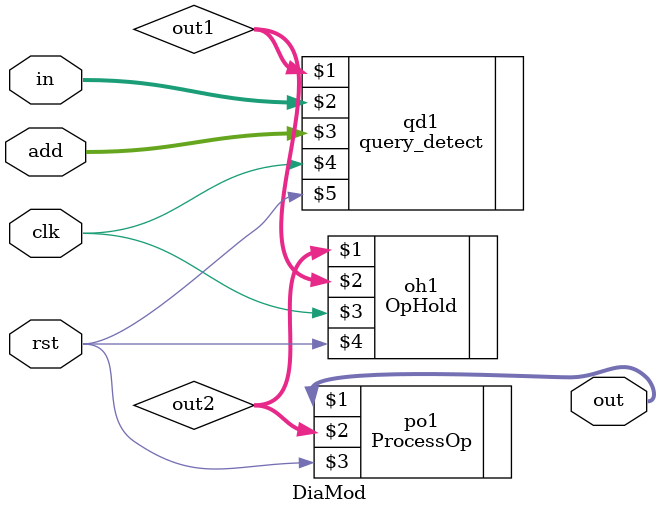
<source format=v>
module DiaMod(out, in, add, clk, rst);

input         clk;
input         rst;
input [7:0]in,add;
output   [7:0]out;
wire [7:0]   out1;
wire [7:0]   out2;
query_detect qd1(out1, in, add, clk, rst);
OpHold          oh1(out2, out1, clk, rst);
ProcessOp             po1(out, out2, rst);
endmodule

</source>
